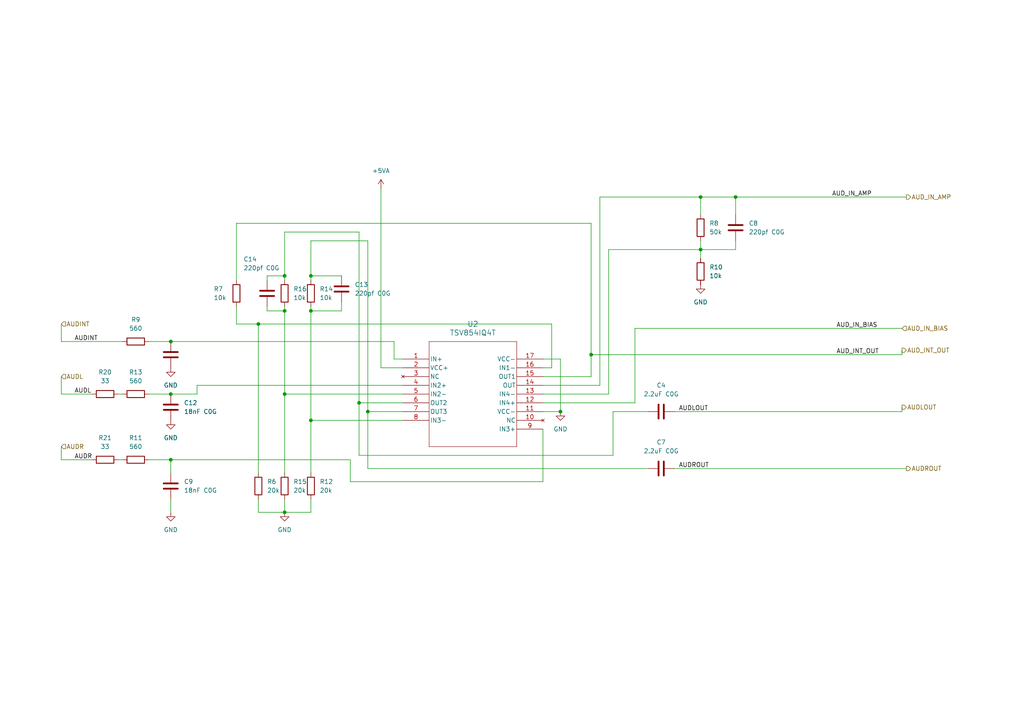
<source format=kicad_sch>
(kicad_sch
	(version 20250114)
	(generator "eeschema")
	(generator_version "9.0")
	(uuid "0d9d09b5-90ba-4c19-8042-ba33067acef6")
	(paper "A4")
	(lib_symbols
		(symbol "Device:C"
			(pin_numbers
				(hide yes)
			)
			(pin_names
				(offset 0.254)
			)
			(exclude_from_sim no)
			(in_bom yes)
			(on_board yes)
			(property "Reference" "C"
				(at 0.635 2.54 0)
				(effects
					(font
						(size 1.27 1.27)
					)
					(justify left)
				)
			)
			(property "Value" "C"
				(at 0.635 -2.54 0)
				(effects
					(font
						(size 1.27 1.27)
					)
					(justify left)
				)
			)
			(property "Footprint" ""
				(at 0.9652 -3.81 0)
				(effects
					(font
						(size 1.27 1.27)
					)
					(hide yes)
				)
			)
			(property "Datasheet" "~"
				(at 0 0 0)
				(effects
					(font
						(size 1.27 1.27)
					)
					(hide yes)
				)
			)
			(property "Description" "Unpolarized capacitor"
				(at 0 0 0)
				(effects
					(font
						(size 1.27 1.27)
					)
					(hide yes)
				)
			)
			(property "ki_keywords" "cap capacitor"
				(at 0 0 0)
				(effects
					(font
						(size 1.27 1.27)
					)
					(hide yes)
				)
			)
			(property "ki_fp_filters" "C_*"
				(at 0 0 0)
				(effects
					(font
						(size 1.27 1.27)
					)
					(hide yes)
				)
			)
			(symbol "C_0_1"
				(polyline
					(pts
						(xy -2.032 0.762) (xy 2.032 0.762)
					)
					(stroke
						(width 0.508)
						(type default)
					)
					(fill
						(type none)
					)
				)
				(polyline
					(pts
						(xy -2.032 -0.762) (xy 2.032 -0.762)
					)
					(stroke
						(width 0.508)
						(type default)
					)
					(fill
						(type none)
					)
				)
			)
			(symbol "C_1_1"
				(pin passive line
					(at 0 3.81 270)
					(length 2.794)
					(name "~"
						(effects
							(font
								(size 1.27 1.27)
							)
						)
					)
					(number "1"
						(effects
							(font
								(size 1.27 1.27)
							)
						)
					)
				)
				(pin passive line
					(at 0 -3.81 90)
					(length 2.794)
					(name "~"
						(effects
							(font
								(size 1.27 1.27)
							)
						)
					)
					(number "2"
						(effects
							(font
								(size 1.27 1.27)
							)
						)
					)
				)
			)
			(embedded_fonts no)
		)
		(symbol "Device:R"
			(pin_numbers
				(hide yes)
			)
			(pin_names
				(offset 0)
			)
			(exclude_from_sim no)
			(in_bom yes)
			(on_board yes)
			(property "Reference" "R"
				(at 2.032 0 90)
				(effects
					(font
						(size 1.27 1.27)
					)
				)
			)
			(property "Value" "R"
				(at 0 0 90)
				(effects
					(font
						(size 1.27 1.27)
					)
				)
			)
			(property "Footprint" ""
				(at -1.778 0 90)
				(effects
					(font
						(size 1.27 1.27)
					)
					(hide yes)
				)
			)
			(property "Datasheet" "~"
				(at 0 0 0)
				(effects
					(font
						(size 1.27 1.27)
					)
					(hide yes)
				)
			)
			(property "Description" "Resistor"
				(at 0 0 0)
				(effects
					(font
						(size 1.27 1.27)
					)
					(hide yes)
				)
			)
			(property "ki_keywords" "R res resistor"
				(at 0 0 0)
				(effects
					(font
						(size 1.27 1.27)
					)
					(hide yes)
				)
			)
			(property "ki_fp_filters" "R_*"
				(at 0 0 0)
				(effects
					(font
						(size 1.27 1.27)
					)
					(hide yes)
				)
			)
			(symbol "R_0_1"
				(rectangle
					(start -1.016 -2.54)
					(end 1.016 2.54)
					(stroke
						(width 0.254)
						(type default)
					)
					(fill
						(type none)
					)
				)
			)
			(symbol "R_1_1"
				(pin passive line
					(at 0 3.81 270)
					(length 1.27)
					(name "~"
						(effects
							(font
								(size 1.27 1.27)
							)
						)
					)
					(number "1"
						(effects
							(font
								(size 1.27 1.27)
							)
						)
					)
				)
				(pin passive line
					(at 0 -3.81 90)
					(length 1.27)
					(name "~"
						(effects
							(font
								(size 1.27 1.27)
							)
						)
					)
					(number "2"
						(effects
							(font
								(size 1.27 1.27)
							)
						)
					)
				)
			)
			(embedded_fonts no)
		)
		(symbol "power:+5V"
			(power)
			(pin_numbers
				(hide yes)
			)
			(pin_names
				(offset 0)
				(hide yes)
			)
			(exclude_from_sim no)
			(in_bom yes)
			(on_board yes)
			(property "Reference" "#PWR"
				(at 0 -3.81 0)
				(effects
					(font
						(size 1.27 1.27)
					)
					(hide yes)
				)
			)
			(property "Value" "+5V"
				(at 0 3.556 0)
				(effects
					(font
						(size 1.27 1.27)
					)
				)
			)
			(property "Footprint" ""
				(at 0 0 0)
				(effects
					(font
						(size 1.27 1.27)
					)
					(hide yes)
				)
			)
			(property "Datasheet" ""
				(at 0 0 0)
				(effects
					(font
						(size 1.27 1.27)
					)
					(hide yes)
				)
			)
			(property "Description" "Power symbol creates a global label with name \"+5V\""
				(at 0 0 0)
				(effects
					(font
						(size 1.27 1.27)
					)
					(hide yes)
				)
			)
			(property "ki_keywords" "global power"
				(at 0 0 0)
				(effects
					(font
						(size 1.27 1.27)
					)
					(hide yes)
				)
			)
			(symbol "+5V_0_1"
				(polyline
					(pts
						(xy -0.762 1.27) (xy 0 2.54)
					)
					(stroke
						(width 0)
						(type default)
					)
					(fill
						(type none)
					)
				)
				(polyline
					(pts
						(xy 0 2.54) (xy 0.762 1.27)
					)
					(stroke
						(width 0)
						(type default)
					)
					(fill
						(type none)
					)
				)
				(polyline
					(pts
						(xy 0 0) (xy 0 2.54)
					)
					(stroke
						(width 0)
						(type default)
					)
					(fill
						(type none)
					)
				)
			)
			(symbol "+5V_1_1"
				(pin power_in line
					(at 0 0 90)
					(length 0)
					(name "~"
						(effects
							(font
								(size 1.27 1.27)
							)
						)
					)
					(number "1"
						(effects
							(font
								(size 1.27 1.27)
							)
						)
					)
				)
			)
			(embedded_fonts no)
		)
		(symbol "power:GND"
			(power)
			(pin_numbers
				(hide yes)
			)
			(pin_names
				(offset 0)
				(hide yes)
			)
			(exclude_from_sim no)
			(in_bom yes)
			(on_board yes)
			(property "Reference" "#PWR"
				(at 0 -6.35 0)
				(effects
					(font
						(size 1.27 1.27)
					)
					(hide yes)
				)
			)
			(property "Value" "GND"
				(at 0 -3.81 0)
				(effects
					(font
						(size 1.27 1.27)
					)
				)
			)
			(property "Footprint" ""
				(at 0 0 0)
				(effects
					(font
						(size 1.27 1.27)
					)
					(hide yes)
				)
			)
			(property "Datasheet" ""
				(at 0 0 0)
				(effects
					(font
						(size 1.27 1.27)
					)
					(hide yes)
				)
			)
			(property "Description" "Power symbol creates a global label with name \"GND\" , ground"
				(at 0 0 0)
				(effects
					(font
						(size 1.27 1.27)
					)
					(hide yes)
				)
			)
			(property "ki_keywords" "global power"
				(at 0 0 0)
				(effects
					(font
						(size 1.27 1.27)
					)
					(hide yes)
				)
			)
			(symbol "GND_0_1"
				(polyline
					(pts
						(xy 0 0) (xy 0 -1.27) (xy 1.27 -1.27) (xy 0 -2.54) (xy -1.27 -1.27) (xy 0 -1.27)
					)
					(stroke
						(width 0)
						(type default)
					)
					(fill
						(type none)
					)
				)
			)
			(symbol "GND_1_1"
				(pin power_in line
					(at 0 0 270)
					(length 0)
					(name "~"
						(effects
							(font
								(size 1.27 1.27)
							)
						)
					)
					(number "1"
						(effects
							(font
								(size 1.27 1.27)
							)
						)
					)
				)
			)
			(embedded_fonts no)
		)
		(symbol "tsv854:TSV854IQ4T"
			(pin_names
				(offset 0.254)
			)
			(exclude_from_sim no)
			(in_bom yes)
			(on_board yes)
			(property "Reference" "U"
				(at 20.32 10.16 0)
				(effects
					(font
						(size 1.524 1.524)
					)
				)
			)
			(property "Value" "TSV854IQ4T"
				(at 20.32 7.62 0)
				(effects
					(font
						(size 1.524 1.524)
					)
				)
			)
			(property "Footprint" "QFN16_3X3_STM"
				(at 0 0 0)
				(effects
					(font
						(size 1.27 1.27)
						(italic yes)
					)
					(hide yes)
				)
			)
			(property "Datasheet" "TSV854IQ4T"
				(at 0 0 0)
				(effects
					(font
						(size 1.27 1.27)
						(italic yes)
					)
					(hide yes)
				)
			)
			(property "Description" ""
				(at 0 0 0)
				(effects
					(font
						(size 1.27 1.27)
					)
					(hide yes)
				)
			)
			(property "ki_locked" ""
				(at 0 0 0)
				(effects
					(font
						(size 1.27 1.27)
					)
				)
			)
			(property "ki_keywords" "TSV854IQ4T"
				(at 0 0 0)
				(effects
					(font
						(size 1.27 1.27)
					)
					(hide yes)
				)
			)
			(property "ki_fp_filters" "QFN16_3X3_STM QFN16_3X3_STM-M QFN16_3X3_STM-L"
				(at 0 0 0)
				(effects
					(font
						(size 1.27 1.27)
					)
					(hide yes)
				)
			)
			(symbol "TSV854IQ4T_0_1"
				(polyline
					(pts
						(xy 7.62 5.08) (xy 7.62 -25.4)
					)
					(stroke
						(width 0.127)
						(type default)
					)
					(fill
						(type none)
					)
				)
				(polyline
					(pts
						(xy 7.62 -25.4) (xy 33.02 -25.4)
					)
					(stroke
						(width 0.127)
						(type default)
					)
					(fill
						(type none)
					)
				)
				(polyline
					(pts
						(xy 33.02 5.08) (xy 7.62 5.08)
					)
					(stroke
						(width 0.127)
						(type default)
					)
					(fill
						(type none)
					)
				)
				(polyline
					(pts
						(xy 33.02 -25.4) (xy 33.02 5.08)
					)
					(stroke
						(width 0.127)
						(type default)
					)
					(fill
						(type none)
					)
				)
				(pin input line
					(at 0 0 0)
					(length 7.62)
					(name "IN+"
						(effects
							(font
								(size 1.27 1.27)
							)
						)
					)
					(number "1"
						(effects
							(font
								(size 1.27 1.27)
							)
						)
					)
				)
				(pin power_in line
					(at 0 -2.54 0)
					(length 7.62)
					(name "VCC+"
						(effects
							(font
								(size 1.27 1.27)
							)
						)
					)
					(number "2"
						(effects
							(font
								(size 1.27 1.27)
							)
						)
					)
				)
				(pin no_connect line
					(at 0 -5.08 0)
					(length 7.62)
					(name "NC"
						(effects
							(font
								(size 1.27 1.27)
							)
						)
					)
					(number "3"
						(effects
							(font
								(size 1.27 1.27)
							)
						)
					)
				)
				(pin input line
					(at 0 -7.62 0)
					(length 7.62)
					(name "IN2+"
						(effects
							(font
								(size 1.27 1.27)
							)
						)
					)
					(number "4"
						(effects
							(font
								(size 1.27 1.27)
							)
						)
					)
				)
				(pin input line
					(at 0 -10.16 0)
					(length 7.62)
					(name "IN2-"
						(effects
							(font
								(size 1.27 1.27)
							)
						)
					)
					(number "5"
						(effects
							(font
								(size 1.27 1.27)
							)
						)
					)
				)
				(pin output line
					(at 0 -12.7 0)
					(length 7.62)
					(name "OUT2"
						(effects
							(font
								(size 1.27 1.27)
							)
						)
					)
					(number "6"
						(effects
							(font
								(size 1.27 1.27)
							)
						)
					)
				)
				(pin output line
					(at 0 -15.24 0)
					(length 7.62)
					(name "OUT3"
						(effects
							(font
								(size 1.27 1.27)
							)
						)
					)
					(number "7"
						(effects
							(font
								(size 1.27 1.27)
							)
						)
					)
				)
				(pin input line
					(at 0 -17.78 0)
					(length 7.62)
					(name "IN3-"
						(effects
							(font
								(size 1.27 1.27)
							)
						)
					)
					(number "8"
						(effects
							(font
								(size 1.27 1.27)
							)
						)
					)
				)
				(pin power_in line
					(at 40.64 0 180)
					(length 7.62)
					(name "VCC-"
						(effects
							(font
								(size 1.27 1.27)
							)
						)
					)
					(number "17"
						(effects
							(font
								(size 1.27 1.27)
							)
						)
					)
				)
				(pin input line
					(at 40.64 -2.54 180)
					(length 7.62)
					(name "IN1-"
						(effects
							(font
								(size 1.27 1.27)
							)
						)
					)
					(number "16"
						(effects
							(font
								(size 1.27 1.27)
							)
						)
					)
				)
				(pin output line
					(at 40.64 -5.08 180)
					(length 7.62)
					(name "OUT1"
						(effects
							(font
								(size 1.27 1.27)
							)
						)
					)
					(number "15"
						(effects
							(font
								(size 1.27 1.27)
							)
						)
					)
				)
				(pin output line
					(at 40.64 -7.62 180)
					(length 7.62)
					(name "OUT"
						(effects
							(font
								(size 1.27 1.27)
							)
						)
					)
					(number "14"
						(effects
							(font
								(size 1.27 1.27)
							)
						)
					)
				)
				(pin input line
					(at 40.64 -10.16 180)
					(length 7.62)
					(name "IN4-"
						(effects
							(font
								(size 1.27 1.27)
							)
						)
					)
					(number "13"
						(effects
							(font
								(size 1.27 1.27)
							)
						)
					)
				)
				(pin input line
					(at 40.64 -12.7 180)
					(length 7.62)
					(name "IN4+"
						(effects
							(font
								(size 1.27 1.27)
							)
						)
					)
					(number "12"
						(effects
							(font
								(size 1.27 1.27)
							)
						)
					)
				)
				(pin power_in line
					(at 40.64 -15.24 180)
					(length 7.62)
					(name "VCC-"
						(effects
							(font
								(size 1.27 1.27)
							)
						)
					)
					(number "11"
						(effects
							(font
								(size 1.27 1.27)
							)
						)
					)
				)
				(pin no_connect line
					(at 40.64 -17.78 180)
					(length 7.62)
					(name "NC"
						(effects
							(font
								(size 1.27 1.27)
							)
						)
					)
					(number "10"
						(effects
							(font
								(size 1.27 1.27)
							)
						)
					)
				)
				(pin input line
					(at 40.64 -20.32 180)
					(length 7.62)
					(name "IN3+"
						(effects
							(font
								(size 1.27 1.27)
							)
						)
					)
					(number "9"
						(effects
							(font
								(size 1.27 1.27)
							)
						)
					)
				)
			)
			(embedded_fonts no)
		)
	)
	(junction
		(at 90.17 80.01)
		(diameter 0)
		(color 0 0 0 0)
		(uuid "26ded407-faf1-4bb9-830c-45385a66e1c8")
	)
	(junction
		(at 104.14 116.84)
		(diameter 0)
		(color 0 0 0 0)
		(uuid "2ffee229-b72a-4ba7-8b01-af9ca16bc921")
	)
	(junction
		(at 203.2 72.39)
		(diameter 0)
		(color 0 0 0 0)
		(uuid "37578e09-3225-4dc3-b3f4-e563b3ed4488")
	)
	(junction
		(at 213.36 57.15)
		(diameter 0)
		(color 0 0 0 0)
		(uuid "46cfcce0-7d13-49c7-8f43-1431f097708b")
	)
	(junction
		(at 90.17 121.92)
		(diameter 0)
		(color 0 0 0 0)
		(uuid "49cb0b6f-5c76-4a29-b25f-eb6ff014cf96")
	)
	(junction
		(at 49.53 133.35)
		(diameter 0)
		(color 0 0 0 0)
		(uuid "6d3fd435-4cae-482d-9ced-70aa5794d7e8")
	)
	(junction
		(at 203.2 57.15)
		(diameter 0)
		(color 0 0 0 0)
		(uuid "7dc97c82-b5d3-4bb8-971c-250eec6dc043")
	)
	(junction
		(at 82.55 148.59)
		(diameter 0)
		(color 0 0 0 0)
		(uuid "8816735e-3775-41f5-845d-01af961798cf")
	)
	(junction
		(at 49.53 99.06)
		(diameter 0)
		(color 0 0 0 0)
		(uuid "91ab528f-a75f-4311-a7e7-31f8bc72cab0")
	)
	(junction
		(at 82.55 80.01)
		(diameter 0)
		(color 0 0 0 0)
		(uuid "94752007-cb1c-496a-801e-a260c23d8369")
	)
	(junction
		(at 82.55 90.17)
		(diameter 0)
		(color 0 0 0 0)
		(uuid "ce4544b2-bb34-4732-adee-cc524ad36ac0")
	)
	(junction
		(at 171.45 102.87)
		(diameter 0)
		(color 0 0 0 0)
		(uuid "d2e92a07-fe40-438f-b358-ee6add87b48e")
	)
	(junction
		(at 74.93 93.98)
		(diameter 0)
		(color 0 0 0 0)
		(uuid "d3d8af00-d6d3-4437-a8e7-73b84939e090")
	)
	(junction
		(at 49.53 114.3)
		(diameter 0)
		(color 0 0 0 0)
		(uuid "d4871015-7b02-430b-883f-56fff6e17c3e")
	)
	(junction
		(at 162.56 119.38)
		(diameter 0)
		(color 0 0 0 0)
		(uuid "dd5acc39-1aac-4ddc-bd00-29eae6cc968e")
	)
	(junction
		(at 106.68 119.38)
		(diameter 0)
		(color 0 0 0 0)
		(uuid "e6661e37-932a-42ea-b70a-f111d856d481")
	)
	(junction
		(at 90.17 90.17)
		(diameter 0)
		(color 0 0 0 0)
		(uuid "f34e4fed-f101-49ad-8928-61b1bac34a47")
	)
	(junction
		(at 82.55 114.3)
		(diameter 0)
		(color 0 0 0 0)
		(uuid "ffd66eda-62cc-4287-ba40-ae65838a106a")
	)
	(wire
		(pts
			(xy 171.45 102.87) (xy 171.45 64.77)
		)
		(stroke
			(width 0)
			(type default)
		)
		(uuid "01a5abd4-59cb-4e57-ab9d-a93201d5ed68")
	)
	(wire
		(pts
			(xy 157.48 109.22) (xy 171.45 109.22)
		)
		(stroke
			(width 0)
			(type default)
		)
		(uuid "0364514e-3d3e-4584-92d0-2c47935efece")
	)
	(wire
		(pts
			(xy 17.78 93.98) (xy 17.78 99.06)
		)
		(stroke
			(width 0)
			(type default)
		)
		(uuid "03a22117-a2b8-4425-8c09-993bfbf4da9b")
	)
	(wire
		(pts
			(xy 114.3 104.14) (xy 114.3 99.06)
		)
		(stroke
			(width 0)
			(type default)
		)
		(uuid "04aba188-583b-4ced-963a-126b19a9530f")
	)
	(wire
		(pts
			(xy 49.53 144.78) (xy 49.53 148.59)
		)
		(stroke
			(width 0)
			(type default)
		)
		(uuid "04c2677a-1c96-40a3-bb94-c28b94480a73")
	)
	(wire
		(pts
			(xy 160.02 93.98) (xy 74.93 93.98)
		)
		(stroke
			(width 0)
			(type default)
		)
		(uuid "057e5d30-a5f2-462c-8661-656f872c96e2")
	)
	(wire
		(pts
			(xy 157.48 119.38) (xy 162.56 119.38)
		)
		(stroke
			(width 0)
			(type default)
		)
		(uuid "058b1392-155f-48ad-979c-165430dd1cc9")
	)
	(wire
		(pts
			(xy 177.8 119.38) (xy 187.96 119.38)
		)
		(stroke
			(width 0)
			(type default)
		)
		(uuid "0801dab3-8fed-4906-a5e6-68d76e7afbb1")
	)
	(wire
		(pts
			(xy 116.84 106.68) (xy 110.49 106.68)
		)
		(stroke
			(width 0)
			(type default)
		)
		(uuid "086b7d16-b96b-47fe-ad90-11abd02c3637")
	)
	(wire
		(pts
			(xy 34.29 114.3) (xy 35.56 114.3)
		)
		(stroke
			(width 0)
			(type default)
		)
		(uuid "09661ee5-b050-47ee-8fb4-67a04545281b")
	)
	(wire
		(pts
			(xy 90.17 80.01) (xy 99.06 80.01)
		)
		(stroke
			(width 0)
			(type default)
		)
		(uuid "0addbf02-f62e-490b-8fd0-3fb3eefa0649")
	)
	(wire
		(pts
			(xy 77.47 90.17) (xy 82.55 90.17)
		)
		(stroke
			(width 0)
			(type default)
		)
		(uuid "0f919809-1a6c-405b-a26d-827415ec52fc")
	)
	(wire
		(pts
			(xy 110.49 54.61) (xy 110.49 106.68)
		)
		(stroke
			(width 0)
			(type default)
		)
		(uuid "1092aa7e-1f04-425c-8e09-a70c12675fd9")
	)
	(wire
		(pts
			(xy 77.47 88.9) (xy 77.47 90.17)
		)
		(stroke
			(width 0)
			(type default)
		)
		(uuid "14429261-5f01-46d3-80e7-7e71eacbfe6f")
	)
	(wire
		(pts
			(xy 106.68 69.85) (xy 90.17 69.85)
		)
		(stroke
			(width 0)
			(type default)
		)
		(uuid "19d5803e-32b5-47cd-adf8-a2fcdafdf73b")
	)
	(wire
		(pts
			(xy 157.48 124.46) (xy 157.48 139.7)
		)
		(stroke
			(width 0)
			(type default)
		)
		(uuid "19f11729-9ba2-47c5-a7c9-b669b4b70fd7")
	)
	(wire
		(pts
			(xy 261.62 119.38) (xy 261.62 118.11)
		)
		(stroke
			(width 0)
			(type default)
		)
		(uuid "1c862562-2132-425a-ab75-c6d5f62120e4")
	)
	(wire
		(pts
			(xy 173.99 57.15) (xy 173.99 111.76)
		)
		(stroke
			(width 0)
			(type default)
		)
		(uuid "24251544-4b83-400f-aea0-60fb323bbbc5")
	)
	(wire
		(pts
			(xy 176.53 72.39) (xy 176.53 114.3)
		)
		(stroke
			(width 0)
			(type default)
		)
		(uuid "26392363-0227-4473-96c6-d50abb9b42da")
	)
	(wire
		(pts
			(xy 104.14 67.31) (xy 104.14 116.84)
		)
		(stroke
			(width 0)
			(type default)
		)
		(uuid "267ac94d-2527-44a2-a2d8-ebfa150c8627")
	)
	(wire
		(pts
			(xy 74.93 93.98) (xy 74.93 137.16)
		)
		(stroke
			(width 0)
			(type default)
		)
		(uuid "26ce84dc-8e8a-4a5a-af26-0a3b95352067")
	)
	(wire
		(pts
			(xy 43.18 133.35) (xy 49.53 133.35)
		)
		(stroke
			(width 0)
			(type default)
		)
		(uuid "27022f00-f07f-40e0-aaf7-94763a8c8fc6")
	)
	(wire
		(pts
			(xy 104.14 116.84) (xy 104.14 132.08)
		)
		(stroke
			(width 0)
			(type default)
		)
		(uuid "2a661bbd-7da7-4cba-b8fd-38fcad70217b")
	)
	(wire
		(pts
			(xy 82.55 114.3) (xy 116.84 114.3)
		)
		(stroke
			(width 0)
			(type default)
		)
		(uuid "2c4d6bd0-c3ec-44ca-9011-32ae62413621")
	)
	(wire
		(pts
			(xy 43.18 114.3) (xy 49.53 114.3)
		)
		(stroke
			(width 0)
			(type default)
		)
		(uuid "2f3294ad-7aa3-4c11-9b9b-8a117bd89e8a")
	)
	(wire
		(pts
			(xy 157.48 114.3) (xy 176.53 114.3)
		)
		(stroke
			(width 0)
			(type default)
		)
		(uuid "31c99a96-17d9-4cdd-a9a4-d1169dc47760")
	)
	(wire
		(pts
			(xy 213.36 72.39) (xy 213.36 69.85)
		)
		(stroke
			(width 0)
			(type default)
		)
		(uuid "355d2564-856d-48c9-9f91-5fdac2a6000e")
	)
	(wire
		(pts
			(xy 171.45 102.87) (xy 261.62 102.87)
		)
		(stroke
			(width 0)
			(type default)
		)
		(uuid "35a0aa94-12a2-4e72-8524-9dd134f96356")
	)
	(wire
		(pts
			(xy 74.93 144.78) (xy 74.93 148.59)
		)
		(stroke
			(width 0)
			(type default)
		)
		(uuid "3677360b-b8b0-4947-875f-a0143a0ae3fb")
	)
	(wire
		(pts
			(xy 82.55 148.59) (xy 90.17 148.59)
		)
		(stroke
			(width 0)
			(type default)
		)
		(uuid "3b843b7f-1a2f-4465-bdc9-91d87cff901e")
	)
	(wire
		(pts
			(xy 101.6 133.35) (xy 101.6 139.7)
		)
		(stroke
			(width 0)
			(type default)
		)
		(uuid "3d1344c7-2672-4c77-98a7-9275753c528d")
	)
	(wire
		(pts
			(xy 74.93 148.59) (xy 82.55 148.59)
		)
		(stroke
			(width 0)
			(type default)
		)
		(uuid "3d8cbd8f-1ead-4f68-a267-f1b354b6c9b1")
	)
	(wire
		(pts
			(xy 213.36 57.15) (xy 262.89 57.15)
		)
		(stroke
			(width 0)
			(type default)
		)
		(uuid "3e67545d-fb35-4777-bdd6-d124111ecbb3")
	)
	(wire
		(pts
			(xy 157.48 116.84) (xy 184.15 116.84)
		)
		(stroke
			(width 0)
			(type default)
		)
		(uuid "4186ced8-0169-40da-8a85-85131ed9d2a7")
	)
	(wire
		(pts
			(xy 90.17 90.17) (xy 90.17 121.92)
		)
		(stroke
			(width 0)
			(type default)
		)
		(uuid "489a0a54-83ab-47c7-bbeb-2faf750235e4")
	)
	(wire
		(pts
			(xy 203.2 57.15) (xy 213.36 57.15)
		)
		(stroke
			(width 0)
			(type default)
		)
		(uuid "48c6be75-5f09-438d-ae1a-fddbb96640ab")
	)
	(wire
		(pts
			(xy 101.6 139.7) (xy 157.48 139.7)
		)
		(stroke
			(width 0)
			(type default)
		)
		(uuid "49031cfd-90d5-4a2d-a6b3-3b6692700f27")
	)
	(wire
		(pts
			(xy 203.2 69.85) (xy 203.2 72.39)
		)
		(stroke
			(width 0)
			(type default)
		)
		(uuid "4d40a315-6dcc-473c-87e2-41f2ee42b05d")
	)
	(wire
		(pts
			(xy 157.48 111.76) (xy 173.99 111.76)
		)
		(stroke
			(width 0)
			(type default)
		)
		(uuid "4d9f81e3-4044-422c-9c71-bae3aa5289aa")
	)
	(wire
		(pts
			(xy 106.68 69.85) (xy 106.68 119.38)
		)
		(stroke
			(width 0)
			(type default)
		)
		(uuid "505a232f-6eb0-4782-baa9-377ce8339593")
	)
	(wire
		(pts
			(xy 162.56 104.14) (xy 162.56 119.38)
		)
		(stroke
			(width 0)
			(type default)
		)
		(uuid "54578d1b-c5cc-4cab-a6ad-e7fd39812aa3")
	)
	(wire
		(pts
			(xy 17.78 109.22) (xy 17.78 114.3)
		)
		(stroke
			(width 0)
			(type default)
		)
		(uuid "54f33f8a-7fb6-494d-97e0-b5bdb917a43d")
	)
	(wire
		(pts
			(xy 114.3 99.06) (xy 49.53 99.06)
		)
		(stroke
			(width 0)
			(type default)
		)
		(uuid "59254078-801c-4b19-a81c-23a85b7803d0")
	)
	(wire
		(pts
			(xy 184.15 116.84) (xy 184.15 95.25)
		)
		(stroke
			(width 0)
			(type default)
		)
		(uuid "5994283f-4cb5-46a2-8386-10cbf0c17f2f")
	)
	(wire
		(pts
			(xy 203.2 72.39) (xy 176.53 72.39)
		)
		(stroke
			(width 0)
			(type default)
		)
		(uuid "5b606f9e-0b72-445f-913a-d62be367166c")
	)
	(wire
		(pts
			(xy 173.99 57.15) (xy 203.2 57.15)
		)
		(stroke
			(width 0)
			(type default)
		)
		(uuid "610dcab2-e5b5-4bbc-80aa-704ba549d9ca")
	)
	(wire
		(pts
			(xy 34.29 133.35) (xy 35.56 133.35)
		)
		(stroke
			(width 0)
			(type default)
		)
		(uuid "62de9955-b68a-4cff-8326-c9dd04334f2c")
	)
	(wire
		(pts
			(xy 116.84 104.14) (xy 114.3 104.14)
		)
		(stroke
			(width 0)
			(type default)
		)
		(uuid "6813a785-cf90-4800-89ce-6e59776b84b4")
	)
	(wire
		(pts
			(xy 104.14 67.31) (xy 82.55 67.31)
		)
		(stroke
			(width 0)
			(type default)
		)
		(uuid "696ce7a2-a7ae-42c0-9466-ef662ff4f942")
	)
	(wire
		(pts
			(xy 77.47 80.01) (xy 77.47 81.28)
		)
		(stroke
			(width 0)
			(type default)
		)
		(uuid "6c2ea073-2eb7-434e-b755-b1ba2f846956")
	)
	(wire
		(pts
			(xy 184.15 95.25) (xy 261.62 95.25)
		)
		(stroke
			(width 0)
			(type default)
		)
		(uuid "6dbf762f-8310-4208-b770-7fbe8778cd97")
	)
	(wire
		(pts
			(xy 99.06 90.17) (xy 99.06 87.63)
		)
		(stroke
			(width 0)
			(type default)
		)
		(uuid "6e3e0274-a116-442d-9688-5ebff5c93d99")
	)
	(wire
		(pts
			(xy 195.58 119.38) (xy 261.62 119.38)
		)
		(stroke
			(width 0)
			(type default)
		)
		(uuid "75f6ab37-77b6-43db-a9ad-da897b6ce437")
	)
	(wire
		(pts
			(xy 49.53 114.3) (xy 57.15 114.3)
		)
		(stroke
			(width 0)
			(type default)
		)
		(uuid "7a748406-e8c2-4f27-8282-baef1326aad4")
	)
	(wire
		(pts
			(xy 82.55 88.9) (xy 82.55 90.17)
		)
		(stroke
			(width 0)
			(type default)
		)
		(uuid "7f4286b0-4470-46c3-9035-ba8dab79622b")
	)
	(wire
		(pts
			(xy 82.55 114.3) (xy 82.55 137.16)
		)
		(stroke
			(width 0)
			(type default)
		)
		(uuid "88f3efba-b390-47d1-9f80-191d9d95591a")
	)
	(wire
		(pts
			(xy 203.2 72.39) (xy 203.2 74.93)
		)
		(stroke
			(width 0)
			(type default)
		)
		(uuid "891e9950-173a-43dc-8646-d56a40b8923d")
	)
	(wire
		(pts
			(xy 171.45 109.22) (xy 171.45 102.87)
		)
		(stroke
			(width 0)
			(type default)
		)
		(uuid "8c593ca7-6b96-4994-830f-280293f91fef")
	)
	(wire
		(pts
			(xy 203.2 72.39) (xy 213.36 72.39)
		)
		(stroke
			(width 0)
			(type default)
		)
		(uuid "8ddc8f57-dbe8-42c4-a05a-8ba396d6a65d")
	)
	(wire
		(pts
			(xy 49.53 133.35) (xy 101.6 133.35)
		)
		(stroke
			(width 0)
			(type default)
		)
		(uuid "9e1c678a-7ef8-4658-beba-876d37a2b9f6")
	)
	(wire
		(pts
			(xy 195.58 135.89) (xy 262.89 135.89)
		)
		(stroke
			(width 0)
			(type default)
		)
		(uuid "a74edcd1-5737-46e3-b65b-360b587c0c78")
	)
	(wire
		(pts
			(xy 157.48 106.68) (xy 160.02 106.68)
		)
		(stroke
			(width 0)
			(type default)
		)
		(uuid "ae2a7e57-8f5e-44fb-bdc9-355c4518274c")
	)
	(wire
		(pts
			(xy 104.14 132.08) (xy 177.8 132.08)
		)
		(stroke
			(width 0)
			(type default)
		)
		(uuid "af884401-43e9-4848-a124-79506495556d")
	)
	(wire
		(pts
			(xy 43.18 99.06) (xy 49.53 99.06)
		)
		(stroke
			(width 0)
			(type default)
		)
		(uuid "afb3cf30-190c-42b7-bbf4-4f683d94be50")
	)
	(wire
		(pts
			(xy 17.78 114.3) (xy 26.67 114.3)
		)
		(stroke
			(width 0)
			(type default)
		)
		(uuid "b11d20c9-cdc9-4e1b-a18b-4c8830209bd0")
	)
	(wire
		(pts
			(xy 49.53 133.35) (xy 49.53 137.16)
		)
		(stroke
			(width 0)
			(type default)
		)
		(uuid "b2a3107d-861d-4807-9aee-bcff627dac5a")
	)
	(wire
		(pts
			(xy 82.55 80.01) (xy 77.47 80.01)
		)
		(stroke
			(width 0)
			(type default)
		)
		(uuid "b3acafb5-18f8-4a2b-9c33-70c1e5785229")
	)
	(wire
		(pts
			(xy 106.68 119.38) (xy 106.68 135.89)
		)
		(stroke
			(width 0)
			(type default)
		)
		(uuid "b5c7c26e-53a7-4439-9c4a-d9bdeab05c04")
	)
	(wire
		(pts
			(xy 68.58 93.98) (xy 74.93 93.98)
		)
		(stroke
			(width 0)
			(type default)
		)
		(uuid "b70f3aa4-9a3c-4366-9ce1-1039274c9a52")
	)
	(wire
		(pts
			(xy 90.17 121.92) (xy 116.84 121.92)
		)
		(stroke
			(width 0)
			(type default)
		)
		(uuid "bb31a15c-67c9-4199-b556-11e9cb69bb1d")
	)
	(wire
		(pts
			(xy 82.55 144.78) (xy 82.55 148.59)
		)
		(stroke
			(width 0)
			(type default)
		)
		(uuid "bd7369a0-c353-40d5-8c95-e02cd3b8a853")
	)
	(wire
		(pts
			(xy 57.15 114.3) (xy 57.15 111.76)
		)
		(stroke
			(width 0)
			(type default)
		)
		(uuid "bfe763bf-9e82-433f-ab8c-5a325f87f495")
	)
	(wire
		(pts
			(xy 177.8 132.08) (xy 177.8 119.38)
		)
		(stroke
			(width 0)
			(type default)
		)
		(uuid "c2cc01bc-3b36-4e56-9ff5-777586f58f08")
	)
	(wire
		(pts
			(xy 90.17 121.92) (xy 90.17 137.16)
		)
		(stroke
			(width 0)
			(type default)
		)
		(uuid "c52ea524-372a-448a-92fa-5e839d7e2a3f")
	)
	(wire
		(pts
			(xy 90.17 88.9) (xy 90.17 90.17)
		)
		(stroke
			(width 0)
			(type default)
		)
		(uuid "c7ccbfa0-8022-445b-abdb-1c053f6bf047")
	)
	(wire
		(pts
			(xy 106.68 135.89) (xy 187.96 135.89)
		)
		(stroke
			(width 0)
			(type default)
		)
		(uuid "cbf6046f-5828-4210-86cc-21a68bf92045")
	)
	(wire
		(pts
			(xy 160.02 93.98) (xy 160.02 106.68)
		)
		(stroke
			(width 0)
			(type default)
		)
		(uuid "cd39e44e-329f-4502-a1ec-e10be0cdb6fb")
	)
	(wire
		(pts
			(xy 203.2 57.15) (xy 203.2 62.23)
		)
		(stroke
			(width 0)
			(type default)
		)
		(uuid "cd979289-c168-485b-b7cc-4873d7dd62d3")
	)
	(wire
		(pts
			(xy 104.14 116.84) (xy 116.84 116.84)
		)
		(stroke
			(width 0)
			(type default)
		)
		(uuid "cea47535-9bc7-4580-b6e9-b2f97b60e950")
	)
	(wire
		(pts
			(xy 17.78 133.35) (xy 26.67 133.35)
		)
		(stroke
			(width 0)
			(type default)
		)
		(uuid "cf902067-d1f0-4a94-af27-44c863ec3fec")
	)
	(wire
		(pts
			(xy 116.84 119.38) (xy 106.68 119.38)
		)
		(stroke
			(width 0)
			(type default)
		)
		(uuid "cfd80ce3-a18c-47ca-b550-2430b7aa8dd5")
	)
	(wire
		(pts
			(xy 82.55 67.31) (xy 82.55 80.01)
		)
		(stroke
			(width 0)
			(type default)
		)
		(uuid "d325fcde-aa18-4907-a3f5-f31e1552e4e7")
	)
	(wire
		(pts
			(xy 171.45 64.77) (xy 68.58 64.77)
		)
		(stroke
			(width 0)
			(type default)
		)
		(uuid "d89f6494-350c-464e-8d21-f3616a96f7f1")
	)
	(wire
		(pts
			(xy 261.62 102.87) (xy 261.62 101.6)
		)
		(stroke
			(width 0)
			(type default)
		)
		(uuid "dc386098-1069-4fcb-b211-1f3f9c02a902")
	)
	(wire
		(pts
			(xy 17.78 99.06) (xy 35.56 99.06)
		)
		(stroke
			(width 0)
			(type default)
		)
		(uuid "e03dca6a-88fe-4f4c-887c-5227942d3158")
	)
	(wire
		(pts
			(xy 57.15 111.76) (xy 116.84 111.76)
		)
		(stroke
			(width 0)
			(type default)
		)
		(uuid "e5f0f6f7-699f-4591-bfde-caccf2d15a94")
	)
	(wire
		(pts
			(xy 82.55 90.17) (xy 82.55 114.3)
		)
		(stroke
			(width 0)
			(type default)
		)
		(uuid "e8befcb2-6b34-4a85-a757-7fc98230e9dc")
	)
	(wire
		(pts
			(xy 90.17 144.78) (xy 90.17 148.59)
		)
		(stroke
			(width 0)
			(type default)
		)
		(uuid "e8d19410-f763-473c-986f-21f26bc90874")
	)
	(wire
		(pts
			(xy 213.36 57.15) (xy 213.36 62.23)
		)
		(stroke
			(width 0)
			(type default)
		)
		(uuid "f07d11ed-6b7e-4c84-bf7b-1d21b0d560ef")
	)
	(wire
		(pts
			(xy 82.55 80.01) (xy 82.55 81.28)
		)
		(stroke
			(width 0)
			(type default)
		)
		(uuid "f14553a6-5a7e-4074-8e8f-211e14d7c224")
	)
	(wire
		(pts
			(xy 90.17 69.85) (xy 90.17 80.01)
		)
		(stroke
			(width 0)
			(type default)
		)
		(uuid "f4902964-0b7d-4596-99bc-3e36937dfa5d")
	)
	(wire
		(pts
			(xy 17.78 129.54) (xy 17.78 133.35)
		)
		(stroke
			(width 0)
			(type default)
		)
		(uuid "f72747a6-b4d8-431b-93d5-796eaec1919a")
	)
	(wire
		(pts
			(xy 157.48 104.14) (xy 162.56 104.14)
		)
		(stroke
			(width 0)
			(type default)
		)
		(uuid "f9152313-b269-42ff-bb74-5a4fe3e09d60")
	)
	(wire
		(pts
			(xy 90.17 80.01) (xy 90.17 81.28)
		)
		(stroke
			(width 0)
			(type default)
		)
		(uuid "fc3462aa-52b0-4627-b898-ffeecb57eea7")
	)
	(wire
		(pts
			(xy 90.17 90.17) (xy 99.06 90.17)
		)
		(stroke
			(width 0)
			(type default)
		)
		(uuid "fd10cd59-7d4c-4755-86f9-708c4d26f6e3")
	)
	(wire
		(pts
			(xy 68.58 64.77) (xy 68.58 81.28)
		)
		(stroke
			(width 0)
			(type default)
		)
		(uuid "fe24b9df-9c38-4753-966d-73527e99ee7b")
	)
	(wire
		(pts
			(xy 68.58 88.9) (xy 68.58 93.98)
		)
		(stroke
			(width 0)
			(type default)
		)
		(uuid "fea062ec-c9de-4cd9-af71-82c2c16d98ea")
	)
	(label "AUD_IN_AMP"
		(at 241.3 57.15 0)
		(effects
			(font
				(size 1.27 1.27)
			)
			(justify left bottom)
		)
		(uuid "0b1173b0-46b2-497a-84be-48de18019f3d")
	)
	(label "AUD_INT_OUT"
		(at 242.57 102.87 0)
		(effects
			(font
				(size 1.27 1.27)
			)
			(justify left bottom)
		)
		(uuid "0d37b8ce-306f-443c-9050-f03bb263ed67")
	)
	(label "AUD_IN_BIAS"
		(at 242.57 95.25 0)
		(effects
			(font
				(size 1.27 1.27)
			)
			(justify left bottom)
		)
		(uuid "26f67193-92de-4bcd-8c61-bcc6d21a8657")
	)
	(label "AUDINT"
		(at 21.59 99.06 0)
		(effects
			(font
				(size 1.27 1.27)
			)
			(justify left bottom)
		)
		(uuid "6653fa70-748c-4606-b84e-d343e318c4da")
	)
	(label "AUDR"
		(at 21.59 133.35 0)
		(effects
			(font
				(size 1.27 1.27)
			)
			(justify left bottom)
		)
		(uuid "6ec286e1-eefb-4e82-8758-52b192603449")
	)
	(label "AUDROUT"
		(at 196.85 135.89 0)
		(effects
			(font
				(size 1.27 1.27)
			)
			(justify left bottom)
		)
		(uuid "8b7f5fb9-ac3f-4416-8378-3603575e562b")
	)
	(label "AUDLOUT"
		(at 196.85 119.38 0)
		(effects
			(font
				(size 1.27 1.27)
			)
			(justify left bottom)
		)
		(uuid "95e30fbf-64b7-45dc-868f-6dbf57f30360")
	)
	(label "AUDL"
		(at 21.59 114.3 0)
		(effects
			(font
				(size 1.27 1.27)
			)
			(justify left bottom)
		)
		(uuid "d34f7952-54af-4bad-8855-d150237a7400")
	)
	(hierarchical_label "AUD_INT_OUT"
		(shape output)
		(at 261.62 101.6 0)
		(effects
			(font
				(size 1.27 1.27)
			)
			(justify left)
		)
		(uuid "08f13941-54e1-4749-8f73-e4446cf9793a")
	)
	(hierarchical_label "AUDL"
		(shape input)
		(at 17.78 109.22 0)
		(effects
			(font
				(size 1.27 1.27)
			)
			(justify left)
		)
		(uuid "13a2cd95-5740-41c1-a251-b0fed1cb326d")
	)
	(hierarchical_label "AUDROUT"
		(shape output)
		(at 262.89 135.89 0)
		(effects
			(font
				(size 1.27 1.27)
			)
			(justify left)
		)
		(uuid "21eb8ff0-0c86-4b08-af63-094035a85633")
	)
	(hierarchical_label "AUDR"
		(shape input)
		(at 17.78 129.54 0)
		(effects
			(font
				(size 1.27 1.27)
			)
			(justify left)
		)
		(uuid "409f5e6b-aa08-4812-8121-a0c3b05ac36d")
	)
	(hierarchical_label "AUD_IN_AMP"
		(shape output)
		(at 262.89 57.15 0)
		(effects
			(font
				(size 1.27 1.27)
			)
			(justify left)
		)
		(uuid "92d835ba-f8b2-48c3-8e16-322f0eea0762")
	)
	(hierarchical_label "AUD_IN_BIAS"
		(shape input)
		(at 261.62 95.25 0)
		(effects
			(font
				(size 1.27 1.27)
			)
			(justify left)
		)
		(uuid "b9d8ef20-9cab-4863-8bca-b9ca1d6749ed")
	)
	(hierarchical_label "AUDLOUT"
		(shape output)
		(at 261.62 118.11 0)
		(effects
			(font
				(size 1.27 1.27)
			)
			(justify left)
		)
		(uuid "d860db8e-0398-4160-89c2-fb4d6943d4e2")
	)
	(hierarchical_label "AUDINT"
		(shape input)
		(at 17.78 93.98 0)
		(effects
			(font
				(size 1.27 1.27)
			)
			(justify left)
		)
		(uuid "f6aa412d-efee-4126-8bc2-afdc71ad7adb")
	)
	(symbol
		(lib_id "Device:C")
		(at 49.53 102.87 0)
		(unit 1)
		(exclude_from_sim no)
		(in_bom yes)
		(on_board yes)
		(dnp no)
		(fields_autoplaced yes)
		(uuid "0d7769d6-22f7-4d9e-9c65-6dc69e3e666b")
		(property "Reference" "C6"
			(at 53.34 101.5999 0)
			(effects
				(font
					(size 1.27 1.27)
				)
				(justify left)
				(hide yes)
			)
		)
		(property "Value" "18nF C0G"
			(at 53.34 104.1399 0)
			(effects
				(font
					(size 1.27 1.27)
				)
				(justify left)
				(hide yes)
			)
		)
		(property "Footprint" "Capacitor_SMD:C_0402_1005Metric"
			(at 50.4952 106.68 0)
			(effects
				(font
					(size 1.27 1.27)
				)
				(hide yes)
			)
		)
		(property "Datasheet" "~"
			(at 49.53 102.87 0)
			(effects
				(font
					(size 1.27 1.27)
				)
				(hide yes)
			)
		)
		(property "Description" "Unpolarized capacitor"
			(at 49.53 102.87 0)
			(effects
				(font
					(size 1.27 1.27)
				)
				(hide yes)
			)
		)
		(pin "1"
			(uuid "9caff73f-e188-47ff-90e1-4a4820896c5e")
		)
		(pin "2"
			(uuid "0d77c015-ce01-4db6-9d02-e8f9b41df8ef")
		)
		(instances
			(project ""
				(path "/f8f92944-710a-49a0-a698-f840e5f20e15/82ba8f9b-a44c-4965-afdf-636054a8ceef"
					(reference "C6")
					(unit 1)
				)
			)
		)
	)
	(symbol
		(lib_id "Device:C")
		(at 99.06 83.82 0)
		(unit 1)
		(exclude_from_sim no)
		(in_bom yes)
		(on_board yes)
		(dnp no)
		(fields_autoplaced yes)
		(uuid "15eb8ad3-9231-4b54-9e42-d5eb9371d762")
		(property "Reference" "C13"
			(at 102.87 82.5499 0)
			(effects
				(font
					(size 1.27 1.27)
				)
				(justify left)
			)
		)
		(property "Value" "220pf C0G"
			(at 102.87 85.0899 0)
			(effects
				(font
					(size 1.27 1.27)
				)
				(justify left)
			)
		)
		(property "Footprint" "Capacitor_SMD:C_0402_1005Metric"
			(at 100.0252 87.63 0)
			(effects
				(font
					(size 1.27 1.27)
				)
				(hide yes)
			)
		)
		(property "Datasheet" "~"
			(at 99.06 83.82 0)
			(effects
				(font
					(size 1.27 1.27)
				)
				(hide yes)
			)
		)
		(property "Description" "Unpolarized capacitor"
			(at 99.06 83.82 0)
			(effects
				(font
					(size 1.27 1.27)
				)
				(hide yes)
			)
		)
		(pin "1"
			(uuid "b18f5584-a6b0-4155-9a41-ed8236f598c2")
		)
		(pin "2"
			(uuid "ef40a586-c3fd-431c-8f23-324cb30f8024")
		)
		(instances
			(project "pokeymax4_5"
				(path "/f8f92944-710a-49a0-a698-f840e5f20e15/82ba8f9b-a44c-4965-afdf-636054a8ceef"
					(reference "C13")
					(unit 1)
				)
			)
		)
	)
	(symbol
		(lib_id "Device:C")
		(at 191.77 119.38 90)
		(unit 1)
		(exclude_from_sim no)
		(in_bom yes)
		(on_board yes)
		(dnp no)
		(fields_autoplaced yes)
		(uuid "17d98da9-3746-4535-a3ec-24efbc4e40a3")
		(property "Reference" "C4"
			(at 191.77 111.76 90)
			(effects
				(font
					(size 1.27 1.27)
				)
			)
		)
		(property "Value" "2.2uF C0G"
			(at 191.77 114.3 90)
			(effects
				(font
					(size 1.27 1.27)
				)
			)
		)
		(property "Footprint" "Capacitor_SMD:C_0603_1608Metric"
			(at 195.58 118.4148 0)
			(effects
				(font
					(size 1.27 1.27)
				)
				(hide yes)
			)
		)
		(property "Datasheet" "~"
			(at 191.77 119.38 0)
			(effects
				(font
					(size 1.27 1.27)
				)
				(hide yes)
			)
		)
		(property "Description" "Unpolarized capacitor"
			(at 191.77 119.38 0)
			(effects
				(font
					(size 1.27 1.27)
				)
				(hide yes)
			)
		)
		(pin "1"
			(uuid "f238190b-ed4c-4303-86ac-3d96835f88dc")
		)
		(pin "2"
			(uuid "d8b73b6b-2176-4f6f-8086-4ad6e313cd31")
		)
		(instances
			(project ""
				(path "/f8f92944-710a-49a0-a698-f840e5f20e15/82ba8f9b-a44c-4965-afdf-636054a8ceef"
					(reference "C4")
					(unit 1)
				)
			)
		)
	)
	(symbol
		(lib_id "power:+5V")
		(at 110.49 54.61 0)
		(unit 1)
		(exclude_from_sim no)
		(in_bom yes)
		(on_board yes)
		(dnp no)
		(fields_autoplaced yes)
		(uuid "323efa29-a9a5-4f20-a1ad-ff615af34381")
		(property "Reference" "#PWR04"
			(at 110.49 58.42 0)
			(effects
				(font
					(size 1.27 1.27)
				)
				(hide yes)
			)
		)
		(property "Value" "+5VA"
			(at 110.49 49.53 0)
			(effects
				(font
					(size 1.27 1.27)
				)
			)
		)
		(property "Footprint" ""
			(at 110.49 54.61 0)
			(effects
				(font
					(size 1.27 1.27)
				)
				(hide yes)
			)
		)
		(property "Datasheet" ""
			(at 110.49 54.61 0)
			(effects
				(font
					(size 1.27 1.27)
				)
				(hide yes)
			)
		)
		(property "Description" "Power symbol creates a global label with name \"+5V\""
			(at 110.49 54.61 0)
			(effects
				(font
					(size 1.27 1.27)
				)
				(hide yes)
			)
		)
		(pin "1"
			(uuid "dcf85c45-1491-4d75-af28-c34e728499ad")
		)
		(instances
			(project ""
				(path "/f8f92944-710a-49a0-a698-f840e5f20e15/82ba8f9b-a44c-4965-afdf-636054a8ceef"
					(reference "#PWR04")
					(unit 1)
				)
			)
		)
	)
	(symbol
		(lib_id "Device:C")
		(at 77.47 85.09 0)
		(unit 1)
		(exclude_from_sim no)
		(in_bom yes)
		(on_board yes)
		(dnp no)
		(uuid "33da8785-f68c-4032-a133-5e0ff7800267")
		(property "Reference" "C14"
			(at 70.612 75.184 0)
			(effects
				(font
					(size 1.27 1.27)
				)
				(justify left)
			)
		)
		(property "Value" "220pf C0G"
			(at 70.612 77.724 0)
			(effects
				(font
					(size 1.27 1.27)
				)
				(justify left)
			)
		)
		(property "Footprint" "Capacitor_SMD:C_0402_1005Metric"
			(at 78.4352 88.9 0)
			(effects
				(font
					(size 1.27 1.27)
				)
				(hide yes)
			)
		)
		(property "Datasheet" "~"
			(at 77.47 85.09 0)
			(effects
				(font
					(size 1.27 1.27)
				)
				(hide yes)
			)
		)
		(property "Description" "Unpolarized capacitor"
			(at 77.47 85.09 0)
			(effects
				(font
					(size 1.27 1.27)
				)
				(hide yes)
			)
		)
		(pin "1"
			(uuid "a127aa0b-3349-4434-b6d0-f55a3b01289b")
		)
		(pin "2"
			(uuid "e4641c36-2d83-43bc-b380-b9e8d782b269")
		)
		(instances
			(project "pokeymax4_5"
				(path "/f8f92944-710a-49a0-a698-f840e5f20e15/82ba8f9b-a44c-4965-afdf-636054a8ceef"
					(reference "C14")
					(unit 1)
				)
			)
		)
	)
	(symbol
		(lib_id "power:GND")
		(at 49.53 106.68 0)
		(unit 1)
		(exclude_from_sim no)
		(in_bom yes)
		(on_board yes)
		(dnp no)
		(uuid "366dec4c-a197-48e9-8aab-228c54238fed")
		(property "Reference" "#PWR05"
			(at 49.53 113.03 0)
			(effects
				(font
					(size 1.27 1.27)
				)
				(hide yes)
			)
		)
		(property "Value" "GND"
			(at 49.53 111.76 0)
			(effects
				(font
					(size 1.27 1.27)
				)
			)
		)
		(property "Footprint" ""
			(at 49.53 106.68 0)
			(effects
				(font
					(size 1.27 1.27)
				)
				(hide yes)
			)
		)
		(property "Datasheet" ""
			(at 49.53 106.68 0)
			(effects
				(font
					(size 1.27 1.27)
				)
				(hide yes)
			)
		)
		(property "Description" "Power symbol creates a global label with name \"GND\" , ground"
			(at 49.53 106.68 0)
			(effects
				(font
					(size 1.27 1.27)
				)
				(hide yes)
			)
		)
		(pin "1"
			(uuid "e050c6a1-901e-4f6f-a43e-673485c14f00")
		)
		(instances
			(project "pokeymax4b"
				(path "/f8f92944-710a-49a0-a698-f840e5f20e15/82ba8f9b-a44c-4965-afdf-636054a8ceef"
					(reference "#PWR05")
					(unit 1)
				)
			)
		)
	)
	(symbol
		(lib_id "power:GND")
		(at 203.2 82.55 0)
		(unit 1)
		(exclude_from_sim no)
		(in_bom yes)
		(on_board yes)
		(dnp no)
		(fields_autoplaced yes)
		(uuid "4357691c-18bb-4112-af18-1b01c703f083")
		(property "Reference" "#PWR019"
			(at 203.2 88.9 0)
			(effects
				(font
					(size 1.27 1.27)
				)
				(hide yes)
			)
		)
		(property "Value" "GND"
			(at 203.2 87.63 0)
			(effects
				(font
					(size 1.27 1.27)
				)
			)
		)
		(property "Footprint" ""
			(at 203.2 82.55 0)
			(effects
				(font
					(size 1.27 1.27)
				)
				(hide yes)
			)
		)
		(property "Datasheet" ""
			(at 203.2 82.55 0)
			(effects
				(font
					(size 1.27 1.27)
				)
				(hide yes)
			)
		)
		(property "Description" "Power symbol creates a global label with name \"GND\" , ground"
			(at 203.2 82.55 0)
			(effects
				(font
					(size 1.27 1.27)
				)
				(hide yes)
			)
		)
		(pin "1"
			(uuid "2ed34645-9a83-46d2-a465-d5cb029d82d2")
		)
		(instances
			(project ""
				(path "/f8f92944-710a-49a0-a698-f840e5f20e15/82ba8f9b-a44c-4965-afdf-636054a8ceef"
					(reference "#PWR019")
					(unit 1)
				)
			)
		)
	)
	(symbol
		(lib_id "Device:R")
		(at 39.37 99.06 90)
		(unit 1)
		(exclude_from_sim no)
		(in_bom yes)
		(on_board yes)
		(dnp no)
		(fields_autoplaced yes)
		(uuid "56b6209e-449e-4e2f-90ee-5c85bd8a93bd")
		(property "Reference" "R9"
			(at 39.37 92.71 90)
			(effects
				(font
					(size 1.27 1.27)
				)
			)
		)
		(property "Value" "560"
			(at 39.37 95.25 90)
			(effects
				(font
					(size 1.27 1.27)
				)
			)
		)
		(property "Footprint" "Resistor_SMD:R_0402_1005Metric"
			(at 39.37 100.838 90)
			(effects
				(font
					(size 1.27 1.27)
				)
				(hide yes)
			)
		)
		(property "Datasheet" "~"
			(at 39.37 99.06 0)
			(effects
				(font
					(size 1.27 1.27)
				)
				(hide yes)
			)
		)
		(property "Description" "Resistor"
			(at 39.37 99.06 0)
			(effects
				(font
					(size 1.27 1.27)
				)
				(hide yes)
			)
		)
		(pin "2"
			(uuid "28bad2f4-2cc9-4337-9818-4f76462eaf70")
		)
		(pin "1"
			(uuid "4dde1e6a-0c10-4143-ab12-10274a1aa13d")
		)
		(instances
			(project ""
				(path "/f8f92944-710a-49a0-a698-f840e5f20e15/82ba8f9b-a44c-4965-afdf-636054a8ceef"
					(reference "R9")
					(unit 1)
				)
			)
		)
	)
	(symbol
		(lib_id "power:GND")
		(at 49.53 121.92 0)
		(unit 1)
		(exclude_from_sim no)
		(in_bom yes)
		(on_board yes)
		(dnp no)
		(fields_autoplaced yes)
		(uuid "5e20c28e-3dc6-4036-9e5f-4e2518c2c8d0")
		(property "Reference" "#PWR06"
			(at 49.53 128.27 0)
			(effects
				(font
					(size 1.27 1.27)
				)
				(hide yes)
			)
		)
		(property "Value" "GND"
			(at 49.53 127 0)
			(effects
				(font
					(size 1.27 1.27)
				)
			)
		)
		(property "Footprint" ""
			(at 49.53 121.92 0)
			(effects
				(font
					(size 1.27 1.27)
				)
				(hide yes)
			)
		)
		(property "Datasheet" ""
			(at 49.53 121.92 0)
			(effects
				(font
					(size 1.27 1.27)
				)
				(hide yes)
			)
		)
		(property "Description" "Power symbol creates a global label with name \"GND\" , ground"
			(at 49.53 121.92 0)
			(effects
				(font
					(size 1.27 1.27)
				)
				(hide yes)
			)
		)
		(pin "1"
			(uuid "9aba0c48-af43-4f6f-8576-3cda11849139")
		)
		(instances
			(project "pokeymax4b"
				(path "/f8f92944-710a-49a0-a698-f840e5f20e15/82ba8f9b-a44c-4965-afdf-636054a8ceef"
					(reference "#PWR06")
					(unit 1)
				)
			)
		)
	)
	(symbol
		(lib_id "Device:R")
		(at 90.17 85.09 0)
		(unit 1)
		(exclude_from_sim no)
		(in_bom yes)
		(on_board yes)
		(dnp no)
		(fields_autoplaced yes)
		(uuid "5e5a44ac-f43b-4d66-a14c-97c738209ba8")
		(property "Reference" "R14"
			(at 92.71 83.8199 0)
			(effects
				(font
					(size 1.27 1.27)
				)
				(justify left)
			)
		)
		(property "Value" "10k"
			(at 92.71 86.3599 0)
			(effects
				(font
					(size 1.27 1.27)
				)
				(justify left)
			)
		)
		(property "Footprint" "Resistor_SMD:R_0402_1005Metric"
			(at 88.392 85.09 90)
			(effects
				(font
					(size 1.27 1.27)
				)
				(hide yes)
			)
		)
		(property "Datasheet" "~"
			(at 90.17 85.09 0)
			(effects
				(font
					(size 1.27 1.27)
				)
				(hide yes)
			)
		)
		(property "Description" "Resistor"
			(at 90.17 85.09 0)
			(effects
				(font
					(size 1.27 1.27)
				)
				(hide yes)
			)
		)
		(pin "1"
			(uuid "ed11f38e-4594-401e-a751-4b29cd3ddb6e")
		)
		(pin "2"
			(uuid "a714dabc-51b8-4869-a8eb-eedddf892d58")
		)
		(instances
			(project "pokeymax4b"
				(path "/f8f92944-710a-49a0-a698-f840e5f20e15/82ba8f9b-a44c-4965-afdf-636054a8ceef"
					(reference "R14")
					(unit 1)
				)
			)
		)
	)
	(symbol
		(lib_id "Device:R")
		(at 90.17 140.97 0)
		(unit 1)
		(exclude_from_sim no)
		(in_bom yes)
		(on_board yes)
		(dnp no)
		(fields_autoplaced yes)
		(uuid "66a8d576-e4bf-44c9-9e2b-1eebc6fafdce")
		(property "Reference" "R12"
			(at 92.71 139.6999 0)
			(effects
				(font
					(size 1.27 1.27)
				)
				(justify left)
			)
		)
		(property "Value" "20k"
			(at 92.71 142.2399 0)
			(effects
				(font
					(size 1.27 1.27)
				)
				(justify left)
			)
		)
		(property "Footprint" "Resistor_SMD:R_0402_1005Metric"
			(at 88.392 140.97 90)
			(effects
				(font
					(size 1.27 1.27)
				)
				(hide yes)
			)
		)
		(property "Datasheet" "~"
			(at 90.17 140.97 0)
			(effects
				(font
					(size 1.27 1.27)
				)
				(hide yes)
			)
		)
		(property "Description" "Resistor"
			(at 90.17 140.97 0)
			(effects
				(font
					(size 1.27 1.27)
				)
				(hide yes)
			)
		)
		(pin "1"
			(uuid "a772e65a-c9b4-46d9-afdd-f2f9468588e2")
		)
		(pin "2"
			(uuid "60e0302e-d349-401f-bd4d-f9e34dc27fed")
		)
		(instances
			(project ""
				(path "/f8f92944-710a-49a0-a698-f840e5f20e15/82ba8f9b-a44c-4965-afdf-636054a8ceef"
					(reference "R12")
					(unit 1)
				)
			)
		)
	)
	(symbol
		(lib_id "Device:R")
		(at 68.58 85.09 0)
		(unit 1)
		(exclude_from_sim no)
		(in_bom yes)
		(on_board yes)
		(dnp no)
		(uuid "7c412988-2e47-4d71-91bf-eb9f6c99ac62")
		(property "Reference" "R7"
			(at 61.976 83.82 0)
			(effects
				(font
					(size 1.27 1.27)
				)
				(justify left)
			)
		)
		(property "Value" "10k"
			(at 61.976 86.36 0)
			(effects
				(font
					(size 1.27 1.27)
				)
				(justify left)
			)
		)
		(property "Footprint" "Resistor_SMD:R_0402_1005Metric"
			(at 66.802 85.09 90)
			(effects
				(font
					(size 1.27 1.27)
				)
				(hide yes)
			)
		)
		(property "Datasheet" "~"
			(at 68.58 85.09 0)
			(effects
				(font
					(size 1.27 1.27)
				)
				(hide yes)
			)
		)
		(property "Description" "Resistor"
			(at 68.58 85.09 0)
			(effects
				(font
					(size 1.27 1.27)
				)
				(hide yes)
			)
		)
		(pin "2"
			(uuid "46a481d3-69e5-4a90-aec7-72116a81db2c")
		)
		(pin "1"
			(uuid "5a243ee3-786f-464f-b55d-d26312f39305")
		)
		(instances
			(project "pokeymax4b"
				(path "/f8f92944-710a-49a0-a698-f840e5f20e15/82ba8f9b-a44c-4965-afdf-636054a8ceef"
					(reference "R7")
					(unit 1)
				)
			)
		)
	)
	(symbol
		(lib_id "Device:R")
		(at 203.2 66.04 0)
		(unit 1)
		(exclude_from_sim no)
		(in_bom yes)
		(on_board yes)
		(dnp no)
		(fields_autoplaced yes)
		(uuid "82d95916-ded9-4398-a17b-8d5a9b47e911")
		(property "Reference" "R8"
			(at 205.74 64.7699 0)
			(effects
				(font
					(size 1.27 1.27)
				)
				(justify left)
			)
		)
		(property "Value" "50k"
			(at 205.74 67.3099 0)
			(effects
				(font
					(size 1.27 1.27)
				)
				(justify left)
			)
		)
		(property "Footprint" "Resistor_SMD:R_0402_1005Metric"
			(at 201.422 66.04 90)
			(effects
				(font
					(size 1.27 1.27)
				)
				(hide yes)
			)
		)
		(property "Datasheet" "~"
			(at 203.2 66.04 0)
			(effects
				(font
					(size 1.27 1.27)
				)
				(hide yes)
			)
		)
		(property "Description" "Resistor"
			(at 203.2 66.04 0)
			(effects
				(font
					(size 1.27 1.27)
				)
				(hide yes)
			)
		)
		(pin "2"
			(uuid "2a7040c5-dae4-43f7-b4ce-0eac769dcd61")
		)
		(pin "1"
			(uuid "0708ef85-a663-43bf-9ce8-8a5934ba7552")
		)
		(instances
			(project "pokeymax4b"
				(path "/f8f92944-710a-49a0-a698-f840e5f20e15/82ba8f9b-a44c-4965-afdf-636054a8ceef"
					(reference "R8")
					(unit 1)
				)
			)
		)
	)
	(symbol
		(lib_id "power:GND")
		(at 162.56 119.38 0)
		(unit 1)
		(exclude_from_sim no)
		(in_bom yes)
		(on_board yes)
		(dnp no)
		(fields_autoplaced yes)
		(uuid "8d01cd72-772b-4e7c-a598-f91900fb18cc")
		(property "Reference" "#PWR018"
			(at 162.56 125.73 0)
			(effects
				(font
					(size 1.27 1.27)
				)
				(hide yes)
			)
		)
		(property "Value" "GND"
			(at 162.56 124.46 0)
			(effects
				(font
					(size 1.27 1.27)
				)
			)
		)
		(property "Footprint" ""
			(at 162.56 119.38 0)
			(effects
				(font
					(size 1.27 1.27)
				)
				(hide yes)
			)
		)
		(property "Datasheet" ""
			(at 162.56 119.38 0)
			(effects
				(font
					(size 1.27 1.27)
				)
				(hide yes)
			)
		)
		(property "Description" "Power symbol creates a global label with name \"GND\" , ground"
			(at 162.56 119.38 0)
			(effects
				(font
					(size 1.27 1.27)
				)
				(hide yes)
			)
		)
		(pin "1"
			(uuid "16f786f0-2f9e-45d1-b663-d91cc578e2e2")
		)
		(instances
			(project ""
				(path "/f8f92944-710a-49a0-a698-f840e5f20e15/82ba8f9b-a44c-4965-afdf-636054a8ceef"
					(reference "#PWR018")
					(unit 1)
				)
			)
		)
	)
	(symbol
		(lib_id "Device:C")
		(at 191.77 135.89 90)
		(unit 1)
		(exclude_from_sim no)
		(in_bom yes)
		(on_board yes)
		(dnp no)
		(fields_autoplaced yes)
		(uuid "944920dc-2929-4380-b0e8-79ec11e959a8")
		(property "Reference" "C7"
			(at 191.77 128.27 90)
			(effects
				(font
					(size 1.27 1.27)
				)
			)
		)
		(property "Value" "2.2uF C0G"
			(at 191.77 130.81 90)
			(effects
				(font
					(size 1.27 1.27)
				)
			)
		)
		(property "Footprint" "Capacitor_SMD:C_0603_1608Metric"
			(at 195.58 134.9248 0)
			(effects
				(font
					(size 1.27 1.27)
				)
				(hide yes)
			)
		)
		(property "Datasheet" "~"
			(at 191.77 135.89 0)
			(effects
				(font
					(size 1.27 1.27)
				)
				(hide yes)
			)
		)
		(property "Description" "Unpolarized capacitor"
			(at 191.77 135.89 0)
			(effects
				(font
					(size 1.27 1.27)
				)
				(hide yes)
			)
		)
		(pin "2"
			(uuid "165adea6-15ee-4810-8ec2-a1e21d14ff0e")
		)
		(pin "1"
			(uuid "bbae1dbc-cdec-4412-9075-609d208ef540")
		)
		(instances
			(project ""
				(path "/f8f92944-710a-49a0-a698-f840e5f20e15/82ba8f9b-a44c-4965-afdf-636054a8ceef"
					(reference "C7")
					(unit 1)
				)
			)
		)
	)
	(symbol
		(lib_id "Device:R")
		(at 30.48 133.35 90)
		(unit 1)
		(exclude_from_sim no)
		(in_bom yes)
		(on_board yes)
		(dnp no)
		(uuid "a330a418-02f9-4426-b4df-9107709dfba7")
		(property "Reference" "R21"
			(at 30.48 127 90)
			(effects
				(font
					(size 1.27 1.27)
				)
			)
		)
		(property "Value" "33"
			(at 30.48 129.54 90)
			(effects
				(font
					(size 1.27 1.27)
				)
			)
		)
		(property "Footprint" "Resistor_SMD:R_0402_1005Metric"
			(at 30.48 135.128 90)
			(effects
				(font
					(size 1.27 1.27)
				)
				(hide yes)
			)
		)
		(property "Datasheet" "~"
			(at 30.48 133.35 0)
			(effects
				(font
					(size 1.27 1.27)
				)
				(hide yes)
			)
		)
		(property "Description" "Resistor"
			(at 30.48 133.35 0)
			(effects
				(font
					(size 1.27 1.27)
				)
				(hide yes)
			)
		)
		(pin "2"
			(uuid "3dcf11df-8d56-44b0-bbe6-581fd1900e69")
		)
		(pin "1"
			(uuid "09a315ae-1e1c-421c-84fd-dbcc14236732")
		)
		(instances
			(project "pokeymax4_5"
				(path "/f8f92944-710a-49a0-a698-f840e5f20e15/82ba8f9b-a44c-4965-afdf-636054a8ceef"
					(reference "R21")
					(unit 1)
				)
			)
		)
	)
	(symbol
		(lib_id "Device:C")
		(at 49.53 140.97 0)
		(unit 1)
		(exclude_from_sim no)
		(in_bom yes)
		(on_board yes)
		(dnp no)
		(fields_autoplaced yes)
		(uuid "b082a89f-aef9-4d0c-9b53-72605348a78f")
		(property "Reference" "C9"
			(at 53.34 139.6999 0)
			(effects
				(font
					(size 1.27 1.27)
				)
				(justify left)
			)
		)
		(property "Value" "18nF C0G"
			(at 53.34 142.2399 0)
			(effects
				(font
					(size 1.27 1.27)
				)
				(justify left)
			)
		)
		(property "Footprint" "Capacitor_SMD:C_0402_1005Metric"
			(at 50.4952 144.78 0)
			(effects
				(font
					(size 1.27 1.27)
				)
				(hide yes)
			)
		)
		(property "Datasheet" "~"
			(at 49.53 140.97 0)
			(effects
				(font
					(size 1.27 1.27)
				)
				(hide yes)
			)
		)
		(property "Description" "Unpolarized capacitor"
			(at 49.53 140.97 0)
			(effects
				(font
					(size 1.27 1.27)
				)
				(hide yes)
			)
		)
		(pin "1"
			(uuid "9caff73f-e188-47ff-90e1-4a4820896c5f")
		)
		(pin "2"
			(uuid "0d77c015-ce01-4db6-9d02-e8f9b41df8f0")
		)
		(instances
			(project ""
				(path "/f8f92944-710a-49a0-a698-f840e5f20e15/82ba8f9b-a44c-4965-afdf-636054a8ceef"
					(reference "C9")
					(unit 1)
				)
			)
		)
	)
	(symbol
		(lib_id "Device:R")
		(at 74.93 140.97 0)
		(unit 1)
		(exclude_from_sim no)
		(in_bom yes)
		(on_board yes)
		(dnp no)
		(fields_autoplaced yes)
		(uuid "b0e15c75-3914-4648-a9ee-70e683bd0713")
		(property "Reference" "R6"
			(at 77.47 139.6999 0)
			(effects
				(font
					(size 1.27 1.27)
				)
				(justify left)
			)
		)
		(property "Value" "20k"
			(at 77.47 142.2399 0)
			(effects
				(font
					(size 1.27 1.27)
				)
				(justify left)
			)
		)
		(property "Footprint" "Resistor_SMD:R_0402_1005Metric"
			(at 73.152 140.97 90)
			(effects
				(font
					(size 1.27 1.27)
				)
				(hide yes)
			)
		)
		(property "Datasheet" "~"
			(at 74.93 140.97 0)
			(effects
				(font
					(size 1.27 1.27)
				)
				(hide yes)
			)
		)
		(property "Description" "Resistor"
			(at 74.93 140.97 0)
			(effects
				(font
					(size 1.27 1.27)
				)
				(hide yes)
			)
		)
		(pin "2"
			(uuid "0fae5604-1894-4cd1-89ee-f53c879e1514")
		)
		(pin "1"
			(uuid "91aa466c-1a28-4f05-ba8f-35d59d7976ba")
		)
		(instances
			(project ""
				(path "/f8f92944-710a-49a0-a698-f840e5f20e15/82ba8f9b-a44c-4965-afdf-636054a8ceef"
					(reference "R6")
					(unit 1)
				)
			)
		)
	)
	(symbol
		(lib_id "Device:R")
		(at 203.2 78.74 0)
		(unit 1)
		(exclude_from_sim no)
		(in_bom yes)
		(on_board yes)
		(dnp no)
		(fields_autoplaced yes)
		(uuid "b1b671ed-01b9-47e1-bd25-3aa7c2be12f2")
		(property "Reference" "R10"
			(at 205.74 77.4699 0)
			(effects
				(font
					(size 1.27 1.27)
				)
				(justify left)
			)
		)
		(property "Value" "10k"
			(at 205.74 80.0099 0)
			(effects
				(font
					(size 1.27 1.27)
				)
				(justify left)
			)
		)
		(property "Footprint" "Resistor_SMD:R_0402_1005Metric"
			(at 201.422 78.74 90)
			(effects
				(font
					(size 1.27 1.27)
				)
				(hide yes)
			)
		)
		(property "Datasheet" "~"
			(at 203.2 78.74 0)
			(effects
				(font
					(size 1.27 1.27)
				)
				(hide yes)
			)
		)
		(property "Description" "Resistor"
			(at 203.2 78.74 0)
			(effects
				(font
					(size 1.27 1.27)
				)
				(hide yes)
			)
		)
		(pin "2"
			(uuid "bdb7471c-c7b4-47f9-ad81-2d61ea9bd42f")
		)
		(pin "1"
			(uuid "9fa5a4e1-59b3-4a44-9049-347c798442e4")
		)
		(instances
			(project "pokeymax4b"
				(path "/f8f92944-710a-49a0-a698-f840e5f20e15/82ba8f9b-a44c-4965-afdf-636054a8ceef"
					(reference "R10")
					(unit 1)
				)
			)
		)
	)
	(symbol
		(lib_id "Device:R")
		(at 82.55 85.09 0)
		(unit 1)
		(exclude_from_sim no)
		(in_bom yes)
		(on_board yes)
		(dnp no)
		(fields_autoplaced yes)
		(uuid "bcca71ec-b66e-480c-b749-6828acc30a3b")
		(property "Reference" "R16"
			(at 85.09 83.8199 0)
			(effects
				(font
					(size 1.27 1.27)
				)
				(justify left)
			)
		)
		(property "Value" "10k"
			(at 85.09 86.3599 0)
			(effects
				(font
					(size 1.27 1.27)
				)
				(justify left)
			)
		)
		(property "Footprint" "Resistor_SMD:R_0402_1005Metric"
			(at 80.772 85.09 90)
			(effects
				(font
					(size 1.27 1.27)
				)
				(hide yes)
			)
		)
		(property "Datasheet" "~"
			(at 82.55 85.09 0)
			(effects
				(font
					(size 1.27 1.27)
				)
				(hide yes)
			)
		)
		(property "Description" "Resistor"
			(at 82.55 85.09 0)
			(effects
				(font
					(size 1.27 1.27)
				)
				(hide yes)
			)
		)
		(pin "2"
			(uuid "274627ce-d8fd-4ee1-bce5-d1d403e41915")
		)
		(pin "1"
			(uuid "b53737ea-f7ce-4199-a89e-fdde8bdec9a2")
		)
		(instances
			(project "pokeymax4b"
				(path "/f8f92944-710a-49a0-a698-f840e5f20e15/82ba8f9b-a44c-4965-afdf-636054a8ceef"
					(reference "R16")
					(unit 1)
				)
			)
		)
	)
	(symbol
		(lib_id "power:GND")
		(at 82.55 148.59 0)
		(unit 1)
		(exclude_from_sim no)
		(in_bom yes)
		(on_board yes)
		(dnp no)
		(fields_autoplaced yes)
		(uuid "bf015750-aca9-416b-a6c3-bdf6c2b50dca")
		(property "Reference" "#PWR03"
			(at 82.55 154.94 0)
			(effects
				(font
					(size 1.27 1.27)
				)
				(hide yes)
			)
		)
		(property "Value" "GND"
			(at 82.55 153.67 0)
			(effects
				(font
					(size 1.27 1.27)
				)
			)
		)
		(property "Footprint" ""
			(at 82.55 148.59 0)
			(effects
				(font
					(size 1.27 1.27)
				)
				(hide yes)
			)
		)
		(property "Datasheet" ""
			(at 82.55 148.59 0)
			(effects
				(font
					(size 1.27 1.27)
				)
				(hide yes)
			)
		)
		(property "Description" "Power symbol creates a global label with name \"GND\" , ground"
			(at 82.55 148.59 0)
			(effects
				(font
					(size 1.27 1.27)
				)
				(hide yes)
			)
		)
		(pin "1"
			(uuid "45320c35-9845-4821-9334-435a25c264d6")
		)
		(instances
			(project ""
				(path "/f8f92944-710a-49a0-a698-f840e5f20e15/82ba8f9b-a44c-4965-afdf-636054a8ceef"
					(reference "#PWR03")
					(unit 1)
				)
			)
		)
	)
	(symbol
		(lib_id "Device:R")
		(at 82.55 140.97 0)
		(unit 1)
		(exclude_from_sim no)
		(in_bom yes)
		(on_board yes)
		(dnp no)
		(fields_autoplaced yes)
		(uuid "cc7b1b7f-9245-4eb5-8b06-3167984f6c94")
		(property "Reference" "R15"
			(at 85.09 139.6999 0)
			(effects
				(font
					(size 1.27 1.27)
				)
				(justify left)
			)
		)
		(property "Value" "20k"
			(at 85.09 142.2399 0)
			(effects
				(font
					(size 1.27 1.27)
				)
				(justify left)
			)
		)
		(property "Footprint" "Resistor_SMD:R_0402_1005Metric"
			(at 80.772 140.97 90)
			(effects
				(font
					(size 1.27 1.27)
				)
				(hide yes)
			)
		)
		(property "Datasheet" "~"
			(at 82.55 140.97 0)
			(effects
				(font
					(size 1.27 1.27)
				)
				(hide yes)
			)
		)
		(property "Description" "Resistor"
			(at 82.55 140.97 0)
			(effects
				(font
					(size 1.27 1.27)
				)
				(hide yes)
			)
		)
		(pin "2"
			(uuid "69eb69b6-8fd9-4e50-b2e9-21967ba53daa")
		)
		(pin "1"
			(uuid "3f82f08a-03a3-48aa-9985-760ced998e2d")
		)
		(instances
			(project ""
				(path "/f8f92944-710a-49a0-a698-f840e5f20e15/82ba8f9b-a44c-4965-afdf-636054a8ceef"
					(reference "R15")
					(unit 1)
				)
			)
		)
	)
	(symbol
		(lib_id "Device:R")
		(at 39.37 114.3 90)
		(unit 1)
		(exclude_from_sim no)
		(in_bom yes)
		(on_board yes)
		(dnp no)
		(fields_autoplaced yes)
		(uuid "de5472cd-bfba-4376-90ea-437aeca34aa7")
		(property "Reference" "R13"
			(at 39.37 107.95 90)
			(effects
				(font
					(size 1.27 1.27)
				)
			)
		)
		(property "Value" "560"
			(at 39.37 110.49 90)
			(effects
				(font
					(size 1.27 1.27)
				)
			)
		)
		(property "Footprint" "Resistor_SMD:R_0402_1005Metric"
			(at 39.37 116.078 90)
			(effects
				(font
					(size 1.27 1.27)
				)
				(hide yes)
			)
		)
		(property "Datasheet" "~"
			(at 39.37 114.3 0)
			(effects
				(font
					(size 1.27 1.27)
				)
				(hide yes)
			)
		)
		(property "Description" "Resistor"
			(at 39.37 114.3 0)
			(effects
				(font
					(size 1.27 1.27)
				)
				(hide yes)
			)
		)
		(pin "2"
			(uuid "28bad2f4-2cc9-4337-9818-4f76462eaf71")
		)
		(pin "1"
			(uuid "4dde1e6a-0c10-4143-ab12-10274a1aa13e")
		)
		(instances
			(project ""
				(path "/f8f92944-710a-49a0-a698-f840e5f20e15/82ba8f9b-a44c-4965-afdf-636054a8ceef"
					(reference "R13")
					(unit 1)
				)
			)
		)
	)
	(symbol
		(lib_id "Device:R")
		(at 39.37 133.35 90)
		(unit 1)
		(exclude_from_sim no)
		(in_bom yes)
		(on_board yes)
		(dnp no)
		(uuid "dfc7e84e-8647-4e3a-b9f4-db250118b85a")
		(property "Reference" "R11"
			(at 39.37 127 90)
			(effects
				(font
					(size 1.27 1.27)
				)
			)
		)
		(property "Value" "560"
			(at 39.37 129.54 90)
			(effects
				(font
					(size 1.27 1.27)
				)
			)
		)
		(property "Footprint" "Resistor_SMD:R_0402_1005Metric"
			(at 39.37 135.128 90)
			(effects
				(font
					(size 1.27 1.27)
				)
				(hide yes)
			)
		)
		(property "Datasheet" "~"
			(at 39.37 133.35 0)
			(effects
				(font
					(size 1.27 1.27)
				)
				(hide yes)
			)
		)
		(property "Description" "Resistor"
			(at 39.37 133.35 0)
			(effects
				(font
					(size 1.27 1.27)
				)
				(hide yes)
			)
		)
		(pin "2"
			(uuid "28bad2f4-2cc9-4337-9818-4f76462eaf72")
		)
		(pin "1"
			(uuid "4dde1e6a-0c10-4143-ab12-10274a1aa13f")
		)
		(instances
			(project ""
				(path "/f8f92944-710a-49a0-a698-f840e5f20e15/82ba8f9b-a44c-4965-afdf-636054a8ceef"
					(reference "R11")
					(unit 1)
				)
			)
		)
	)
	(symbol
		(lib_id "Device:C")
		(at 49.53 118.11 0)
		(unit 1)
		(exclude_from_sim no)
		(in_bom yes)
		(on_board yes)
		(dnp no)
		(fields_autoplaced yes)
		(uuid "ea4ea202-e7f6-44e5-a11f-ce0f3697d55d")
		(property "Reference" "C12"
			(at 53.34 116.8399 0)
			(effects
				(font
					(size 1.27 1.27)
				)
				(justify left)
			)
		)
		(property "Value" "18nF C0G"
			(at 53.34 119.3799 0)
			(effects
				(font
					(size 1.27 1.27)
				)
				(justify left)
			)
		)
		(property "Footprint" "Capacitor_SMD:C_0402_1005Metric"
			(at 50.4952 121.92 0)
			(effects
				(font
					(size 1.27 1.27)
				)
				(hide yes)
			)
		)
		(property "Datasheet" "~"
			(at 49.53 118.11 0)
			(effects
				(font
					(size 1.27 1.27)
				)
				(hide yes)
			)
		)
		(property "Description" "Unpolarized capacitor"
			(at 49.53 118.11 0)
			(effects
				(font
					(size 1.27 1.27)
				)
				(hide yes)
			)
		)
		(pin "1"
			(uuid "9caff73f-e188-47ff-90e1-4a4820896c60")
		)
		(pin "2"
			(uuid "0d77c015-ce01-4db6-9d02-e8f9b41df8f1")
		)
		(instances
			(project ""
				(path "/f8f92944-710a-49a0-a698-f840e5f20e15/82ba8f9b-a44c-4965-afdf-636054a8ceef"
					(reference "C12")
					(unit 1)
				)
			)
		)
	)
	(symbol
		(lib_id "Device:R")
		(at 30.48 114.3 90)
		(unit 1)
		(exclude_from_sim no)
		(in_bom yes)
		(on_board yes)
		(dnp no)
		(fields_autoplaced yes)
		(uuid "f466fcd2-be98-437a-bbda-9ed9790cd993")
		(property "Reference" "R20"
			(at 30.48 107.95 90)
			(effects
				(font
					(size 1.27 1.27)
				)
			)
		)
		(property "Value" "33"
			(at 30.48 110.49 90)
			(effects
				(font
					(size 1.27 1.27)
				)
			)
		)
		(property "Footprint" "Resistor_SMD:R_0402_1005Metric"
			(at 30.48 116.078 90)
			(effects
				(font
					(size 1.27 1.27)
				)
				(hide yes)
			)
		)
		(property "Datasheet" "~"
			(at 30.48 114.3 0)
			(effects
				(font
					(size 1.27 1.27)
				)
				(hide yes)
			)
		)
		(property "Description" "Resistor"
			(at 30.48 114.3 0)
			(effects
				(font
					(size 1.27 1.27)
				)
				(hide yes)
			)
		)
		(pin "2"
			(uuid "082209dd-e0e1-4e70-8efc-6c192195c39b")
		)
		(pin "1"
			(uuid "32671dfa-25cf-44a9-a660-0d5608661c1c")
		)
		(instances
			(project "pokeymax4_5"
				(path "/f8f92944-710a-49a0-a698-f840e5f20e15/82ba8f9b-a44c-4965-afdf-636054a8ceef"
					(reference "R20")
					(unit 1)
				)
			)
		)
	)
	(symbol
		(lib_id "tsv854:TSV854IQ4T")
		(at 116.84 104.14 0)
		(unit 1)
		(exclude_from_sim no)
		(in_bom yes)
		(on_board yes)
		(dnp no)
		(fields_autoplaced yes)
		(uuid "f6694824-2c2f-4a11-9135-0efa43dfec98")
		(property "Reference" "U2"
			(at 137.16 93.98 0)
			(effects
				(font
					(size 1.524 1.524)
				)
			)
		)
		(property "Value" "TSV854IQ4T"
			(at 137.16 96.52 0)
			(effects
				(font
					(size 1.524 1.524)
				)
			)
		)
		(property "Footprint" "tsv854:QFN16_3X3_STM"
			(at 116.84 104.14 0)
			(effects
				(font
					(size 1.27 1.27)
					(italic yes)
				)
				(hide yes)
			)
		)
		(property "Datasheet" "TSV854IQ4T"
			(at 116.84 104.14 0)
			(effects
				(font
					(size 1.27 1.27)
					(italic yes)
				)
				(hide yes)
			)
		)
		(property "Description" ""
			(at 116.84 104.14 0)
			(effects
				(font
					(size 1.27 1.27)
				)
				(hide yes)
			)
		)
		(pin "9"
			(uuid "c6a673f1-9e84-441b-84b5-c80d4194c76e")
		)
		(pin "16"
			(uuid "3bd3717f-fb10-4207-9e4e-8431125da96d")
		)
		(pin "12"
			(uuid "04b3212f-6112-489a-8071-f5955b9bce14")
		)
		(pin "7"
			(uuid "66fe8479-c204-4838-92c9-b20b73c6ba82")
		)
		(pin "2"
			(uuid "12501360-4d1d-4307-a8f7-57ac32dbd248")
		)
		(pin "8"
			(uuid "f2fe9df6-87bd-4f06-9b85-301a8ffb3bcf")
		)
		(pin "6"
			(uuid "4fe29b78-0d4f-4a39-ad03-9f730299e15f")
		)
		(pin "14"
			(uuid "191535fd-d1b0-478b-b732-b0d8a742b2d0")
		)
		(pin "4"
			(uuid "39ba0e19-22f5-4834-acae-347c2696d92d")
		)
		(pin "5"
			(uuid "c6fd3c4a-9fe8-4a52-ba8a-980dc3686c28")
		)
		(pin "11"
			(uuid "7878453e-cc71-440c-9ff1-5342cf9c5f8b")
		)
		(pin "17"
			(uuid "8215636f-7e35-4e18-a849-a290adc877ed")
		)
		(pin "10"
			(uuid "94b46e95-a568-4d62-a03a-dd82bb9b59ff")
		)
		(pin "13"
			(uuid "fd398046-cd18-483c-a5ee-cad92ae12984")
		)
		(pin "3"
			(uuid "b2db86ad-35db-421a-9f23-1d0a2d6b7f58")
		)
		(pin "1"
			(uuid "7feff0fb-2640-4cd2-9e5e-731ec8d5ae2f")
		)
		(pin "15"
			(uuid "65aa60d8-a43d-49d1-9f2b-35102f5d6108")
		)
		(instances
			(project "pokeymax4b"
				(path "/f8f92944-710a-49a0-a698-f840e5f20e15/82ba8f9b-a44c-4965-afdf-636054a8ceef"
					(reference "U2")
					(unit 1)
				)
			)
		)
	)
	(symbol
		(lib_id "power:GND")
		(at 49.53 148.59 0)
		(unit 1)
		(exclude_from_sim no)
		(in_bom yes)
		(on_board yes)
		(dnp no)
		(fields_autoplaced yes)
		(uuid "f7276a89-a558-4f80-8247-c277dc21d730")
		(property "Reference" "#PWR07"
			(at 49.53 154.94 0)
			(effects
				(font
					(size 1.27 1.27)
				)
				(hide yes)
			)
		)
		(property "Value" "GND"
			(at 49.53 153.67 0)
			(effects
				(font
					(size 1.27 1.27)
				)
			)
		)
		(property "Footprint" ""
			(at 49.53 148.59 0)
			(effects
				(font
					(size 1.27 1.27)
				)
				(hide yes)
			)
		)
		(property "Datasheet" ""
			(at 49.53 148.59 0)
			(effects
				(font
					(size 1.27 1.27)
				)
				(hide yes)
			)
		)
		(property "Description" "Power symbol creates a global label with name \"GND\" , ground"
			(at 49.53 148.59 0)
			(effects
				(font
					(size 1.27 1.27)
				)
				(hide yes)
			)
		)
		(pin "1"
			(uuid "89fd1074-57f0-4bc1-8b9f-a719d04fca08")
		)
		(instances
			(project "pokeymax4b"
				(path "/f8f92944-710a-49a0-a698-f840e5f20e15/82ba8f9b-a44c-4965-afdf-636054a8ceef"
					(reference "#PWR07")
					(unit 1)
				)
			)
		)
	)
	(symbol
		(lib_id "Device:C")
		(at 213.36 66.04 0)
		(unit 1)
		(exclude_from_sim no)
		(in_bom yes)
		(on_board yes)
		(dnp no)
		(fields_autoplaced yes)
		(uuid "ff936317-32e5-436f-b715-584aa5a9ebca")
		(property "Reference" "C8"
			(at 217.17 64.7699 0)
			(effects
				(font
					(size 1.27 1.27)
				)
				(justify left)
			)
		)
		(property "Value" "220pf C0G"
			(at 217.17 67.3099 0)
			(effects
				(font
					(size 1.27 1.27)
				)
				(justify left)
			)
		)
		(property "Footprint" "Capacitor_SMD:C_0402_1005Metric"
			(at 214.3252 69.85 0)
			(effects
				(font
					(size 1.27 1.27)
				)
				(hide yes)
			)
		)
		(property "Datasheet" "~"
			(at 213.36 66.04 0)
			(effects
				(font
					(size 1.27 1.27)
				)
				(hide yes)
			)
		)
		(property "Description" "Unpolarized capacitor"
			(at 213.36 66.04 0)
			(effects
				(font
					(size 1.27 1.27)
				)
				(hide yes)
			)
		)
		(pin "1"
			(uuid "eadc04af-4174-49b5-bc20-ecc720d0ba4a")
		)
		(pin "2"
			(uuid "0f13bd6f-f353-4627-8127-11299861077b")
		)
		(instances
			(project ""
				(path "/f8f92944-710a-49a0-a698-f840e5f20e15/82ba8f9b-a44c-4965-afdf-636054a8ceef"
					(reference "C8")
					(unit 1)
				)
			)
		)
	)
)

</source>
